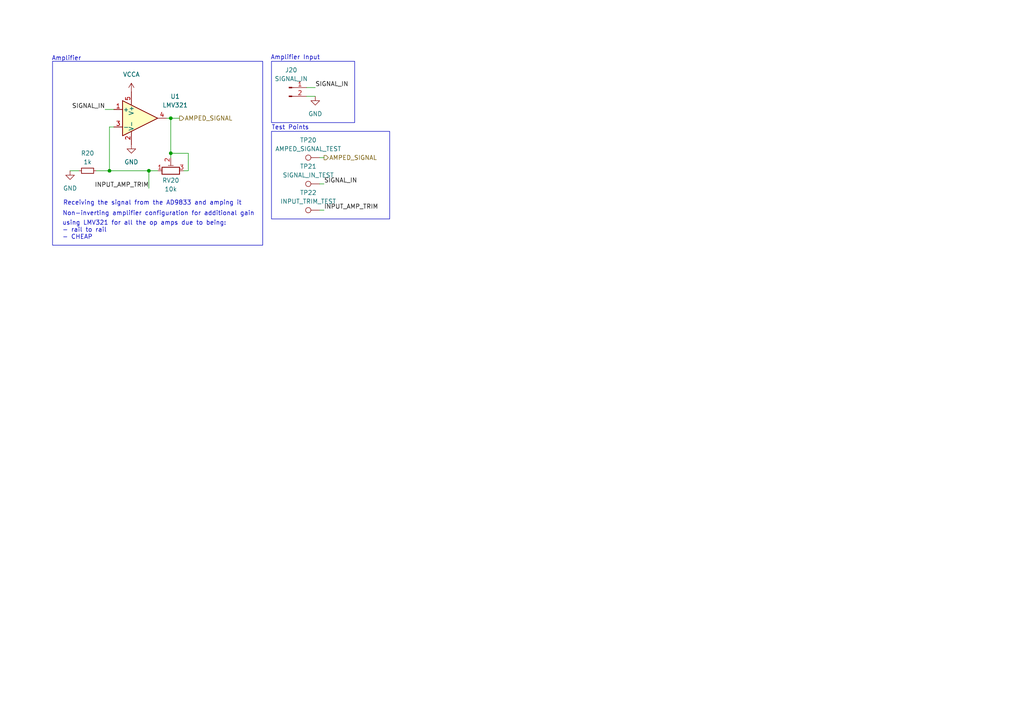
<source format=kicad_sch>
(kicad_sch (version 20231120) (generator "eeschema") (generator_version "8.0")
  (paper "A4")
  (lib_symbols
    (symbol "Amplifier_Operational:LMV321" (pin_names (offset 0.127))
      (property "Reference" "U" (at 0 5.08 0))
      (property "Value" "LMV321" (at 0 -5.08 0))
      (symbol "LMV321_0_1"
        (polyline (pts (xy -5.08 5.08) (xy 5.08 0) (xy -5.08 -5.08) (xy -5.08 5.08)) (stroke (width 0.254)) (fill (type background)))
        (pin power_in line (at -2.54 -7.62 90) (length 3.81) (name "V-") (number "2"))
        (pin power_in line (at -2.54 7.62 270) (length 3.81) (name "V+") (number "5"))
      )
      (symbol "LMV321_1_1"
        (pin input line (at -7.62 2.54 0) (length 2.54) (name "+") (number "1"))
        (pin input line (at -7.62 -2.54 0) (length 2.54) (name "-") (number "3"))
        (pin output line (at 7.62 0 180) (length 2.54) (name "~") (number "4"))
      )
    )
    (symbol "Connector:Conn_01x02_Pin" (pin_names (offset 1.016) hide)
      (property "Reference" "J" (at 0 2.54 0))
      (property "Value" "Conn_01x02_Pin" (at 0 -5.08 0))
      (symbol "Conn_01x02_Pin_1_1"
        (polyline (pts (xy 1.27 -2.54) (xy 0.8636 -2.54)) (stroke (width 0.1524)))
        (polyline (pts (xy 1.27 0) (xy 0.8636 0)) (stroke (width 0.1524)))
        (rectangle (start 0.8636 -2.413) (end 0 -2.667) (stroke (width 0.1524)) (fill (type outline)))
        (rectangle (start 0.8636 0.127) (end 0 -0.127) (stroke (width 0.1524)) (fill (type outline)))
        (pin passive line (at 5.08 0 180) (length 3.81) (name "Pin_1") (number "1"))
        (pin passive line (at 5.08 -2.54 180) (length 3.81) (name "Pin_2") (number "2"))
      )
    )
    (symbol "Connector:TestPoint" (pin_numbers hide) (pin_names (offset 0.762) hide)
      (property "Reference" "TP" (at 0 6.858 0))
      (property "Value" "TestPoint" (at 0 5.08 0))
      (symbol "TestPoint_0_1"
        (circle (center 0 3.302) (radius 0.762))
      )
      (symbol "TestPoint_1_1"
        (pin passive line (at 0 0 90) (length 2.54) (name "1") (number "1"))
      )
    )
    (symbol "Device:R_Potentiometer_Trim" (pin_names (offset 1.016) hide)
      (property "Reference" "RV" (at -4.445 0 90))
      (property "Value" "R_Potentiometer_Trim" (at -2.54 0 90))
      (symbol "R_Potentiometer_Trim_0_1"
        (polyline (pts (xy 1.524 0.762) (xy 1.524 -0.762)))
        (polyline (pts (xy 2.54 0) (xy 1.524 0)))
        (rectangle (start 1.016 2.54) (end -1.016 -2.54) (stroke (width 0.254)))
      )
      (symbol "R_Potentiometer_Trim_1_1"
        (pin passive line (at 0 3.81 270) (length 1.27) (name "1") (number "1"))
        (pin passive line (at 3.81 0 180) (length 1.27) (name "2") (number "2"))
        (pin passive line (at 0 -3.81 90) (length 1.27) (name "3") (number "3"))
      )
    )
    (symbol "Device:R_Small" (pin_numbers hide) (pin_names (offset 0.254) hide)
      (property "Reference" "R" (at 0.762 0.508 0))
      (property "Value" "R_Small" (at 0.762 -1.016 0))
      (symbol "R_Small_0_1"
        (rectangle (start -0.762 1.778) (end 0.762 -1.778) (stroke (width 0.2032)))
      )
      (symbol "R_Small_1_1"
        (pin passive line (at 0 2.54 270) (length 0.762) (name "~") (number "1"))
        (pin passive line (at 0 -2.54 90) (length 0.762) (name "~") (number "2"))
      )
    )
    (symbol "power:GND" (power) (pin_numbers hide) (pin_names (offset 0) hide)
      (property "Value" "GND" (at 0 -3.81 0))
      (symbol "GND_0_1"
        (polyline (pts (xy 0 0) (xy 0 -1.27) (xy 1.27 -1.27) (xy 0 -2.54) (xy -1.27 -1.27) (xy 0 -1.27)))
      )
      (symbol "GND_1_1"
        (pin power_in line (at 0 0 270) (length 0) (name "~") (number "1"))
      )
    )
    (symbol "power:VCC" (power) (pin_numbers hide) (pin_names (offset 0) hide)
      (property "Value" "VCC" (at 0 3.556 0))
      (symbol "VCC_0_1"
        (polyline (pts (xy -0.762 1.27) (xy 0 2.54)))
        (polyline (pts (xy 0 0) (xy 0 2.54)))
        (polyline (pts (xy 0 2.54) (xy 0.762 1.27)))
      )
      (symbol "VCC_1_1"
        (pin power_in line (at 0 0 90) (length 0) (name "~") (number "1"))
      )
    )
  )
  (junction (at 49.53 34.29))
  (junction (at 49.53 44.45))
  (junction (at 43.18 49.53))
  (junction (at 31.75 49.53))
  (wire (pts (xy 30.48 31.75) (xy 33.02 31.75)))
  (wire (pts (xy 92.71 45.72) (xy 93.98 45.72)))
  (wire (pts (xy 48.26 34.29) (xy 49.53 34.29)))
  (wire (pts (xy 49.53 34.29) (xy 52.07 34.29)))
  (wire (pts (xy 27.94 49.53) (xy 31.75 49.53)))
  (wire (pts (xy 54.61 49.53) (xy 54.61 44.45)))
  (wire (pts (xy 31.75 49.53) (xy 43.18 49.53)))
  (wire (pts (xy 91.44 25.4) (xy 88.9 25.4)))
  (wire (pts (xy 43.18 49.53) (xy 43.18 54.61)))
  (wire (pts (xy 31.75 36.83) (xy 33.02 36.83)))
  (wire (pts (xy 88.9 27.94) (xy 91.44 27.94)))
  (wire (pts (xy 20.32 49.53) (xy 22.86 49.53)))
  (wire (pts (xy 54.61 44.45) (xy 49.53 44.45)))
  (wire (pts (xy 31.75 36.83) (xy 31.75 49.53)))
  (wire (pts (xy 53.34 49.53) (xy 54.61 49.53)))
  (wire (pts (xy 92.71 60.96) (xy 93.98 60.96)))
  (wire (pts (xy 92.71 53.34) (xy 93.98 53.34)))
  (wire (pts (xy 43.18 49.53) (xy 45.72 49.53)))
  (wire (pts (xy 49.53 34.29) (xy 49.53 44.45)))
  (wire (pts (xy 49.53 44.45) (xy 49.53 45.72)))
  (rectangle (start 15.24 17.78) (end 76.2 71.12))
  (rectangle (start 78.74 17.78) (end 102.87 35.56))
  (rectangle (start 78.74 38.1) (end 113.03 63.5))
  (text "Receiving the signal from the AD9833 and amping it" (at 44.196 58.928 0) (effects (font (size 1.27 1.27))))
  (text "using LMV321 for all the op amps due to being:\n- rail to rail\n- CHEAP" (at 18.034 66.802 0) (effects (font (size 1.27 1.27)) (justify left)))
  (text "Amplifier Input" (at 78.486 16.764 0) (effects (font (size 1.27 1.27)) (justify left)))
  (text "Test Points" (at 78.74 37.084 0) (effects (font (size 1.27 1.27)) (justify left)))
  (text "Non-inverting amplifier configuration for additional gain" (at 45.974 61.976 0) (effects (font (size 1.27 1.27))))
  (text "Amplifier" (at 14.986 17.018 0) (effects (font (size 1.27 1.27)) (justify left)))
  (label "SIGNAL_IN" (at 93.98 53.34 0))
  (label "INPUT_AMP_TRIM" (at 43.18 54.61 180))
  (label "SIGNAL_IN" (at 30.48 31.75 180))
  (label "SIGNAL_IN" (at 91.44 25.4 0))
  (label "INPUT_AMP_TRIM" (at 93.98 60.96 0))
  (hierarchical_label "AMPED_SIGNAL" (shape output) (at 93.98 45.72 0))
  (hierarchical_label "AMPED_SIGNAL" (shape output) (at 52.07 34.29 0))
  (symbol (lib_id "Device:R_Small") (at 25.4 49.53 90) (unit 1)
    (property "Reference" "R20" (at 25.4 44.45 90))
    (property "Value" "1k" (at 25.4 46.99 90))
    (property "Footprint" "Resistor_SMD:R_0402_1005Metric_Pad0.72x0.64mm_HandSolder" (effects (hide yes)))
    (property "Description" "Resistor, small symbol" (effects (hide yes)))
  )
  (symbol (lib_id "Connector:TestPoint") (at 92.71 60.96 90) (unit 1)
    (property "Reference" "TP22" (at 89.408 55.88 90))
    (property "Value" "INPUT_TRIM_TEST" (at 89.408 58.42 90))
    (property "Footprint" "TestPoint:TestPoint_Pad_1.0x1.0mm" (effects (hide yes)))
    (property "Description" "test point" (effects (hide yes)))
  )
  (symbol (lib_id "Amplifier_Operational:LMV321") (at 40.64 34.29 0) (unit 1)
    (property "Reference" "U1" (at 50.8 27.9714 0))
    (property "Value" "LMV321" (at 50.8 30.5114 0))
    (property "Footprint" "Package_TO_SOT_SMD:SOT-23-5" (effects (hide yes)))
    (property "Datasheet" "http://www.ti.com/lit/ds/symlink/lmv324.pdf" (effects (hide yes)))
    (property "Description" "Low-Voltage Rail-to-Rail Output Operational Amplifiers, SOT-23-5/SC-70-5" (effects (hide yes)))
  )
  (symbol (lib_id "power:GND") (at 91.44 27.94 0) (unit 1)
    (property "Reference" "#PWR013" (effects (hide yes)))
    (property "Value" "GND" (at 91.44 33.02 0))
    (property "Description" "Power symbol creates a global label with name \"GND\" , ground" (effects (hide yes)))
  )
  (symbol (lib_id "Device:R_Potentiometer_Trim") (at 49.53 49.53 90) (unit 1)
    (property "Reference" "RV20" (at 49.53 52.324 90))
    (property "Value" "10k" (at 49.53 54.864 90))
    (property "Footprint" "Potentiometer_THT:Potentiometer_Bourns_3296W_Vertical" (effects (hide yes)))
    (property "Description" "Trim-potentiometer" (effects (hide yes)))
  )
  (symbol (lib_id "Connector:Conn_01x02_Pin") (at 83.82 25.4 0) (unit 1)
    (property "Reference" "J20" (at 84.455 20.32 0))
    (property "Value" "SIGNAL_IN" (at 84.455 22.86 0))
    (property "Footprint" "Connector_PinHeader_2.54mm:PinHeader_1x02_P2.54mm_Vertical" (effects (hide yes)))
    (property "Description" "Generic connector, single row, 01x02, script generated" (effects (hide yes)))
  )
  (symbol (lib_id "Connector:TestPoint") (at 92.71 45.72 90) (unit 1)
    (property "Reference" "TP20" (at 89.408 40.64 90))
    (property "Value" "AMPED_SIGNAL_TEST" (at 89.408 43.18 90))
    (property "Footprint" "TestPoint:TestPoint_Loop_D1.80mm_Drill1.0mm_Beaded" (effects (hide yes)))
    (property "Description" "test point" (effects (hide yes)))
  )
  (symbol (lib_id "power:VCC") (at 38.1 26.67 0) (unit 1)
    (property "Reference" "#PWR02" (effects (hide yes)))
    (property "Value" "VCCA" (at 38.1 21.59 0))
    (property "Description" "Power symbol creates a global label with name \"VCC\"" (effects (hide yes)))
  )
  (symbol (lib_id "power:GND") (at 38.1 41.91 0) (unit 1)
    (property "Reference" "#PWR024" (effects (hide yes)))
    (property "Value" "GND" (at 38.1 46.99 0))
    (property "Description" "Power symbol creates a global label with name \"GND\" , ground" (effects (hide yes)))
  )
  (symbol (lib_id "Connector:TestPoint") (at 92.71 53.34 90) (unit 1)
    (property "Reference" "TP21" (at 89.408 48.26 90))
    (property "Value" "SIGNAL_IN_TEST" (at 89.408 50.8 90))
    (property "Footprint" "TestPoint:TestPoint_Loop_D1.80mm_Drill1.0mm_Beaded" (effects (hide yes)))
    (property "Description" "test point" (effects (hide yes)))
  )
  (symbol (lib_id "power:GND") (at 20.32 49.53 0) (unit 1)
    (property "Reference" "#PWR01" (effects (hide yes)))
    (property "Value" "GND" (at 20.32 54.61 0))
    (property "Description" "Power symbol creates a global label with name \"GND\" , ground" (effects (hide yes)))
  )
)
</source>
